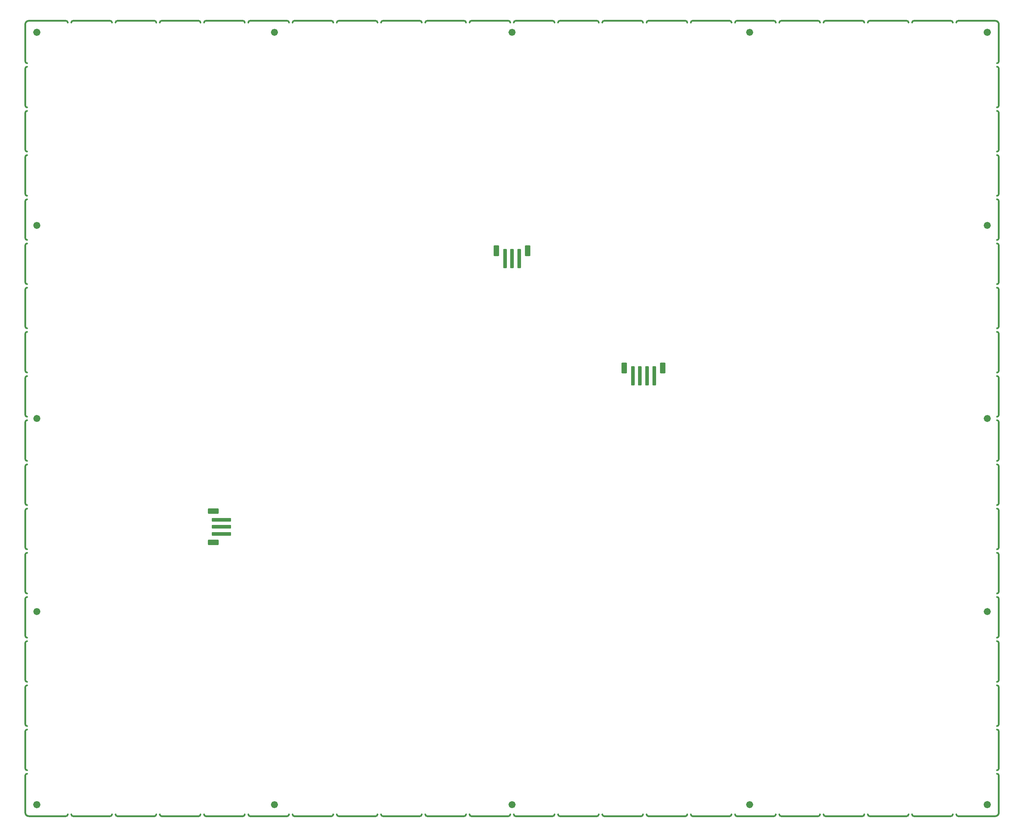
<source format=gbp>
G04 #@! TF.GenerationSoftware,KiCad,Pcbnew,8.0.4+1*
G04 #@! TF.CreationDate,2024-10-06T12:58:40+00:00*
G04 #@! TF.ProjectId,stencil,7374656e-6369-46c2-9e6b-696361645f70,0.0.0-RC1*
G04 #@! TF.SameCoordinates,Original*
G04 #@! TF.FileFunction,Paste,Bot*
G04 #@! TF.FilePolarity,Positive*
%FSLAX46Y46*%
G04 Gerber Fmt 4.6, Leading zero omitted, Abs format (unit mm)*
G04 Created by KiCad (PCBNEW 8.0.4+1) date 2024-10-06 12:58:40*
%MOMM*%
%LPD*%
G01*
G04 APERTURE LIST*
G04 Aperture macros list*
%AMRoundRect*
0 Rectangle with rounded corners*
0 $1 Rounding radius*
0 $2 $3 $4 $5 $6 $7 $8 $9 X,Y pos of 4 corners*
0 Add a 4 corners polygon primitive as box body*
4,1,4,$2,$3,$4,$5,$6,$7,$8,$9,$2,$3,0*
0 Add four circle primitives for the rounded corners*
1,1,$1+$1,$2,$3*
1,1,$1+$1,$4,$5*
1,1,$1+$1,$6,$7*
1,1,$1+$1,$8,$9*
0 Add four rect primitives between the rounded corners*
20,1,$1+$1,$2,$3,$4,$5,0*
20,1,$1+$1,$4,$5,$6,$7,0*
20,1,$1+$1,$6,$7,$8,$9,0*
20,1,$1+$1,$8,$9,$2,$3,0*%
G04 Aperture macros list end*
%ADD10C,0.500000*%
%ADD11C,1.000000*%
%ADD12C,1.050000*%
%ADD13RoundRect,0.250000X0.250000X2.500000X-0.250000X2.500000X-0.250000X-2.500000X0.250000X-2.500000X0*%
%ADD14RoundRect,0.250000X0.550000X1.250000X-0.550000X1.250000X-0.550000X-1.250000X0.550000X-1.250000X0*%
%ADD15RoundRect,0.250000X-2.500000X0.250000X-2.500000X-0.250000X2.500000X-0.250000X2.500000X0.250000X0*%
%ADD16RoundRect,0.250000X-1.250000X0.550000X-1.250000X-0.550000X1.250000X-0.550000X1.250000X0.550000X0*%
G04 APERTURE END LIST*
D10*
X224000000Y81388892D02*
G75*
G02*
X223500000Y80888900I-500000J8D01*
G01*
X-24090910Y-56500000D02*
G75*
G02*
X-24590910Y-56000000I1J500001D01*
G01*
X-37045455Y167000000D02*
G75*
G02*
X-36545455Y167500000I500001J-1D01*
G01*
X137818175Y-56500000D02*
X148272720Y-56500000D01*
X-50000000Y116722224D02*
X-50000000Y106277780D01*
X173181810Y167500000D02*
G75*
G02*
X173681800Y167000000I-10J-500000D01*
G01*
X125363630Y167500000D02*
X135818175Y167500000D01*
X200090900Y-56500000D02*
X210545445Y-56500000D01*
X12772725Y167000000D02*
G75*
G02*
X13272725Y167499975I499975J0D01*
G01*
X198090900Y167500000D02*
G75*
G02*
X198590900Y167000000I0J-500000D01*
G01*
X-24590910Y167000000D02*
G75*
G02*
X-24090910Y167500000I500001J-1D01*
G01*
X125363630Y-56500000D02*
X135818175Y-56500000D01*
X-49000000Y-56500000D02*
X-38545455Y-56500000D01*
X224000000Y-7722216D02*
X224000000Y-18166660D01*
X-50000000Y104277780D02*
X-50000000Y93833336D01*
X123363630Y167500000D02*
G75*
G02*
X123863600Y167000000I-30J-500000D01*
G01*
X62590905Y167000000D02*
G75*
G02*
X63090905Y167499995I499995J0D01*
G01*
X223500000Y55000004D02*
G75*
G02*
X224000004Y54500004I0J-500004D01*
G01*
X223500000Y67444448D02*
G75*
G02*
X224000048Y66944448I0J-500048D01*
G01*
X212545445Y-56500000D02*
X222999990Y-56500000D01*
X-49500000Y93333336D02*
G75*
G02*
X-50000000Y93833336I1J500001D01*
G01*
X-49500000Y6222228D02*
G75*
G02*
X-50000000Y6722228I1J500001D01*
G01*
X137318175Y167000000D02*
G75*
G02*
X137818175Y167500025I500025J0D01*
G01*
X212545445Y-56500000D02*
G75*
G02*
X212045400Y-56000000I-45J500000D01*
G01*
X-24090910Y-56500000D02*
X-13636365Y-56500000D01*
D11*
X-46250000Y109875000D02*
G75*
G02*
X-47250000Y109875000I-500000J0D01*
G01*
X-47250000Y109875000D02*
G75*
G02*
X-46250000Y109875000I500000J0D01*
G01*
X-46250000Y55500000D02*
G75*
G02*
X-47250000Y55500000I-500000J0D01*
G01*
X-47250000Y55500000D02*
G75*
G02*
X-46250000Y55500000I500000J0D01*
G01*
D10*
X-36545455Y-56500000D02*
X-26090910Y-56500000D01*
X-49500000Y43555560D02*
G75*
G02*
X-50000000Y44055560I1J500001D01*
G01*
X223500000Y5222228D02*
G75*
G02*
X224000028Y4722228I0J-500028D01*
G01*
X224000000Y154055556D02*
X224000000Y143611112D01*
X224000000Y79388892D02*
X224000000Y68944448D01*
X224000000Y131166668D02*
G75*
G02*
X223500000Y130666700I-500000J32D01*
G01*
X224000000Y118722224D02*
G75*
G02*
X223500000Y118222200I-500000J-24D01*
G01*
X223500000Y129666668D02*
G75*
G02*
X223999968Y129166668I0J-499968D01*
G01*
X112909085Y-56500000D02*
X123363630Y-56500000D01*
X24227270Y-56000000D02*
G75*
G02*
X23727270Y-56499970I-499970J0D01*
G01*
X211045445Y-56000000D02*
G75*
G02*
X210545445Y-56500045I-500045J0D01*
G01*
X-36545455Y-56500000D02*
G75*
G02*
X-37045455Y-56000000I1J500001D01*
G01*
X175181810Y-56500000D02*
X185636355Y-56500000D01*
X25727270Y-56500000D02*
X36181815Y-56500000D01*
X37681815Y167000000D02*
G75*
G02*
X38181815Y167499985I499985J0D01*
G01*
X187636355Y167500000D02*
X198090900Y167500000D01*
X224000000Y6722228D02*
G75*
G02*
X223500000Y6222200I-500000J-28D01*
G01*
X150272720Y-56500000D02*
X160727265Y-56500000D01*
X-50000000Y79388892D02*
G75*
G02*
X-49500000Y79888892I500001J-1D01*
G01*
X-50000000Y-45055548D02*
X-50000000Y-55499992D01*
X-1181820Y167500000D02*
G75*
G02*
X-681800Y167000000I20J-500000D01*
G01*
X-49500000Y118222224D02*
G75*
G02*
X-50000000Y118722224I1J500001D01*
G01*
X63090905Y-56500000D02*
X73545450Y-56500000D01*
X223500000Y-32111104D02*
G75*
G02*
X223999996Y-32611104I0J-499996D01*
G01*
X224000000Y-45055548D02*
X224000000Y-55499992D01*
X223500000Y92333336D02*
G75*
G02*
X224000036Y91833336I0J-500036D01*
G01*
X75545450Y-56500000D02*
X85999995Y-56500000D01*
X223500000Y-44555548D02*
G75*
G02*
X223999952Y-45055548I0J-499952D01*
G01*
X123863630Y-56000000D02*
G75*
G02*
X123363630Y-56500030I-500030J0D01*
G01*
X11772725Y-56000000D02*
G75*
G02*
X11272725Y-56500025I-500025J0D01*
G01*
X36181815Y167500000D02*
G75*
G02*
X36681800Y167000000I-15J-500000D01*
G01*
X818180Y-56500000D02*
G75*
G02*
X318200Y-56000000I20J500000D01*
G01*
X187636355Y-56500000D02*
G75*
G02*
X187136400Y-56000000I45J500000D01*
G01*
X-13636365Y167500000D02*
G75*
G02*
X-13136400Y167000000I-35J-500000D01*
G01*
X-50000000Y-7722216D02*
G75*
G02*
X-49500000Y-7222216I500001J-1D01*
G01*
X63090905Y-56500000D02*
G75*
G02*
X62590900Y-56000000I-5J500000D01*
G01*
X224000000Y19166672D02*
G75*
G02*
X223500000Y18666700I-500000J28D01*
G01*
X224000000Y4722228D02*
X224000000Y-5722216D01*
X224000000Y44055560D02*
G75*
G02*
X223500000Y43555600I-500000J40D01*
G01*
X63090905Y167500000D02*
X73545450Y167500000D01*
X149772720Y167000000D02*
G75*
G02*
X150272720Y167499980I499980J0D01*
G01*
X150272720Y-56500000D02*
G75*
G02*
X149772700Y-56000000I-20J500000D01*
G01*
X148272720Y167500000D02*
G75*
G02*
X148772700Y167000000I-20J-500000D01*
G01*
D11*
X154375000Y164250000D02*
G75*
G02*
X153375000Y164250000I-500000J0D01*
G01*
X153375000Y164250000D02*
G75*
G02*
X154375000Y164250000I500000J0D01*
G01*
D10*
X224000000Y156055556D02*
G75*
G02*
X223500000Y155555600I-500000J44D01*
G01*
X223500000Y142111112D02*
G75*
G02*
X224000012Y141611112I0J-500012D01*
G01*
X818180Y167500000D02*
X11272725Y167500000D01*
X125363630Y-56500000D02*
G75*
G02*
X124863600Y-56000000I-30J500000D01*
G01*
X38181815Y167500000D02*
X48636360Y167500000D01*
X223500000Y-7222216D02*
G75*
G02*
X223999984Y-7722216I0J-499984D01*
G01*
X124863630Y167000000D02*
G75*
G02*
X125363630Y167499970I499970J0D01*
G01*
X-11636365Y-56500000D02*
G75*
G02*
X-12136400Y-56000000I-35J500000D01*
G01*
X818180Y-56500000D02*
X11272725Y-56500000D01*
X87999995Y-56500000D02*
X98454540Y-56500000D01*
X112909085Y167500000D02*
X123363630Y167500000D01*
X11272725Y167500000D02*
G75*
G02*
X11772700Y167000000I-25J-500000D01*
G01*
X223500000Y42555560D02*
G75*
G02*
X223999960Y42055560I0J-499960D01*
G01*
X-50000000Y54500004D02*
X-50000000Y44055560D01*
X-50000000Y116722224D02*
G75*
G02*
X-49500000Y117222224I500001J-1D01*
G01*
X38181815Y-56500000D02*
G75*
G02*
X37681800Y-56000000I-15J500000D01*
G01*
X148772720Y-56000000D02*
G75*
G02*
X148272720Y-56500020I-500020J0D01*
G01*
X224000000Y68944448D02*
G75*
G02*
X223500000Y68444400I-500000J-48D01*
G01*
X-50000000Y-20166660D02*
X-50000000Y-30611104D01*
X38181815Y-56500000D02*
X48636360Y-56500000D01*
X318180Y167000000D02*
G75*
G02*
X818180Y167500020I500020J0D01*
G01*
X48636360Y167500000D02*
G75*
G02*
X49136400Y167000000I40J-500000D01*
G01*
X50636360Y167500000D02*
X61090905Y167500000D01*
X-49500000Y-31111104D02*
G75*
G02*
X-50000000Y-30611104I1J500001D01*
G01*
X-50000000Y141611112D02*
X-50000000Y131166668D01*
X199590900Y167000000D02*
G75*
G02*
X200090900Y167500000I500000J0D01*
G01*
X-50000000Y29611116D02*
X-50000000Y19166672D01*
X198590900Y-56000000D02*
G75*
G02*
X198090900Y-56500000I-500000J0D01*
G01*
X223500000Y104777780D02*
G75*
G02*
X223999980Y104277780I0J-499980D01*
G01*
X100454540Y-56500000D02*
X110909085Y-56500000D01*
X-49000000Y167500000D02*
X-38545455Y167500000D01*
D11*
X20625000Y-53250000D02*
G75*
G02*
X19625000Y-53250000I-500000J0D01*
G01*
X19625000Y-53250000D02*
G75*
G02*
X20625000Y-53250000I500000J0D01*
G01*
D10*
X-50000000Y91833336D02*
G75*
G02*
X-49500000Y92333336I500001J-1D01*
G01*
X200090900Y167500000D02*
X210545445Y167500000D01*
X-49500000Y-6222216D02*
G75*
G02*
X-50000000Y-5722216I1J500001D01*
G01*
X-11636365Y-56500000D02*
X-1181820Y-56500000D01*
X224000000Y-43055548D02*
G75*
G02*
X223500000Y-43555500I-500000J48D01*
G01*
D11*
X20625000Y164250000D02*
G75*
G02*
X19625000Y164250000I-500000J0D01*
G01*
X19625000Y164250000D02*
G75*
G02*
X20625000Y164250000I500000J0D01*
G01*
D10*
X-36545455Y167500000D02*
X-26090910Y167500000D01*
D11*
X87500000Y164250000D02*
G75*
G02*
X86500000Y164250000I-500000J0D01*
G01*
X86500000Y164250000D02*
G75*
G02*
X87500000Y164250000I500000J0D01*
G01*
D10*
X-50000000Y129166668D02*
G75*
G02*
X-49500000Y129666668I500001J-1D01*
G01*
X174681810Y167000000D02*
G75*
G02*
X175181810Y167499990I499990J0D01*
G01*
X224000000Y-18166660D02*
G75*
G02*
X223500000Y-18666700I-500000J-40D01*
G01*
X175181810Y167500000D02*
X185636355Y167500000D01*
X212045445Y167000000D02*
G75*
G02*
X212545445Y167499955I499955J0D01*
G01*
X-50000000Y54500004D02*
G75*
G02*
X-49500000Y55000004I500001J-1D01*
G01*
X224000000Y66944448D02*
X224000000Y56500004D01*
X-50000000Y29611116D02*
G75*
G02*
X-49500000Y30111116I500001J-1D01*
G01*
X-681820Y-56000000D02*
G75*
G02*
X-1181820Y-56499980I-499980J0D01*
G01*
X-50000000Y-32611104D02*
X-50000000Y-43055548D01*
X-50000000Y4722228D02*
X-50000000Y-5722216D01*
X-50000000Y129166668D02*
X-50000000Y118722224D01*
D12*
X-46225000Y164250000D02*
G75*
G02*
X-47275000Y164250000I-525000J0D01*
G01*
X-47275000Y164250000D02*
G75*
G02*
X-46225000Y164250000I525000J0D01*
G01*
D10*
X-50000000Y-45055548D02*
G75*
G02*
X-49500000Y-44555548I500001J-1D01*
G01*
X-49500000Y143111112D02*
G75*
G02*
X-50000000Y143611112I1J500001D01*
G01*
X61090905Y167500000D02*
G75*
G02*
X61590900Y167000000I-5J-500000D01*
G01*
X-49500000Y31111116D02*
G75*
G02*
X-50000000Y31611116I1J500001D01*
G01*
X224000000Y-20166660D02*
X224000000Y-30611104D01*
X-49500000Y-43555548D02*
G75*
G02*
X-50000000Y-43055548I1J500001D01*
G01*
D11*
X154375000Y-53250000D02*
G75*
G02*
X153375000Y-53250000I-500000J0D01*
G01*
X153375000Y-53250000D02*
G75*
G02*
X154375000Y-53250000I500000J0D01*
G01*
D10*
X-50000000Y-32611104D02*
G75*
G02*
X-49500000Y-32111104I500001J-1D01*
G01*
X110909085Y167500000D02*
G75*
G02*
X111409100Y167000000I15J-500000D01*
G01*
X75545450Y-56500000D02*
G75*
G02*
X75045500Y-56000000I50J500000D01*
G01*
X49136360Y-56000000D02*
G75*
G02*
X48636360Y-56499960I-499960J0D01*
G01*
X13272725Y-56500000D02*
G75*
G02*
X12772700Y-56000000I-25J500000D01*
G01*
X99954540Y167000000D02*
G75*
G02*
X100454540Y167499960I499960J0D01*
G01*
X162227265Y167000000D02*
G75*
G02*
X162727265Y167500035I500035J0D01*
G01*
X186136355Y-56000000D02*
G75*
G02*
X185636355Y-56499955I-499955J0D01*
G01*
X223500000Y30111116D02*
G75*
G02*
X224000016Y29611116I0J-500016D01*
G01*
X224000000Y56500004D02*
G75*
G02*
X223500000Y56000000I-500000J-4D01*
G01*
X223500000Y117222224D02*
G75*
G02*
X224000024Y116722224I0J-500024D01*
G01*
X-50000000Y154055556D02*
X-50000000Y143611112D01*
X224000000Y93833336D02*
G75*
G02*
X223500000Y93333300I-500000J-36D01*
G01*
X-50000000Y4722228D02*
G75*
G02*
X-49500000Y5222228I500001J-1D01*
G01*
X224000000Y166500000D02*
X224000000Y156055556D01*
X112409085Y167000000D02*
G75*
G02*
X112909085Y167500015I500015J0D01*
G01*
D12*
X221275000Y164250000D02*
G75*
G02*
X220225000Y164250000I-525000J0D01*
G01*
X220225000Y164250000D02*
G75*
G02*
X221275000Y164250000I525000J0D01*
G01*
D10*
X135818175Y167500000D02*
G75*
G02*
X136318200Y167000000I25J-500000D01*
G01*
X100454540Y167500000D02*
X110909085Y167500000D01*
X150272720Y167500000D02*
X160727265Y167500000D01*
X175181810Y-56500000D02*
G75*
G02*
X174681800Y-56000000I-10J500000D01*
G01*
X210545445Y167500000D02*
G75*
G02*
X211045400Y167000000I-45J-500000D01*
G01*
X162727265Y-56500000D02*
G75*
G02*
X162227300Y-56000000I35J500000D01*
G01*
X87999995Y167500000D02*
X98454540Y167500000D01*
X50636360Y-56500000D02*
G75*
G02*
X50136400Y-56000000I40J500000D01*
G01*
X50636360Y-56500000D02*
X61090905Y-56500000D01*
X-24090910Y167500000D02*
X-13636365Y167500000D01*
X-50000000Y66944448D02*
X-50000000Y56500004D01*
X-26090910Y167500000D02*
G75*
G02*
X-25590910Y167000000I-1J-500001D01*
G01*
X98454540Y167500000D02*
G75*
G02*
X98954500Y167000000I-40J-500000D01*
G01*
X224000000Y104277780D02*
X224000000Y93833336D01*
X137818175Y167500000D02*
X148272720Y167500000D01*
X25727270Y-56500000D02*
G75*
G02*
X25227300Y-56000000I30J500000D01*
G01*
X-50000000Y91833336D02*
X-50000000Y81388892D01*
D12*
X-46225000Y-53250000D02*
G75*
G02*
X-47275000Y-53250000I-525000J0D01*
G01*
X-47275000Y-53250000D02*
G75*
G02*
X-46225000Y-53250000I525000J0D01*
G01*
D10*
X-49500000Y-18666660D02*
G75*
G02*
X-50000000Y-18166660I1J500001D01*
G01*
D11*
X221250000Y55500000D02*
G75*
G02*
X220250000Y55500000I-500000J0D01*
G01*
X220250000Y55500000D02*
G75*
G02*
X221250000Y55500000I500000J0D01*
G01*
D10*
X224000000Y-32611104D02*
X224000000Y-43055548D01*
X224000000Y116722224D02*
X224000000Y106277780D01*
X-49500000Y80888892D02*
G75*
G02*
X-50000000Y81388892I1J500001D01*
G01*
X224000000Y29611116D02*
X224000000Y19166672D01*
X-50000000Y17166672D02*
X-50000000Y6722228D01*
X223500000Y79888892D02*
G75*
G02*
X223999992Y79388892I0J-499992D01*
G01*
X111409085Y-56000000D02*
G75*
G02*
X110909085Y-56499985I-499985J0D01*
G01*
X-50000000Y141611112D02*
G75*
G02*
X-49500000Y142111112I500001J-1D01*
G01*
X-50000000Y66944448D02*
G75*
G02*
X-49500000Y67444448I500001J-1D01*
G01*
X23727270Y167500000D02*
G75*
G02*
X24227300Y167000000I30J-500000D01*
G01*
X224000000Y17166672D02*
X224000000Y6722228D01*
X224000000Y-5722216D02*
G75*
G02*
X223500000Y-6222200I-500000J16D01*
G01*
X-50000000Y42055560D02*
X-50000000Y31611116D01*
X112909085Y-56500000D02*
G75*
G02*
X112409100Y-56000000I15J500000D01*
G01*
X-49500000Y130666668D02*
G75*
G02*
X-50000000Y131166668I1J500001D01*
G01*
X75545450Y167500000D02*
X85999995Y167500000D01*
D11*
X-46250000Y1125000D02*
G75*
G02*
X-47250000Y1125000I-500000J0D01*
G01*
X-47250000Y1125000D02*
G75*
G02*
X-46250000Y1125000I500000J0D01*
G01*
D10*
X-38545455Y167500000D02*
G75*
G02*
X-38045455Y167000000I-1J-500001D01*
G01*
X75045450Y167000000D02*
G75*
G02*
X75545450Y167500050I500050J0D01*
G01*
X223500000Y154555556D02*
G75*
G02*
X223999956Y154055556I0J-499956D01*
G01*
X224000000Y129166668D02*
X224000000Y118722224D01*
X224000000Y54500004D02*
X224000000Y44055560D01*
X162727265Y167500000D02*
X173181810Y167500000D01*
X-50000000Y17166672D02*
G75*
G02*
X-49500000Y17666672I500001J-1D01*
G01*
X162727265Y-56500000D02*
X173181810Y-56500000D01*
D11*
X221250000Y1125000D02*
G75*
G02*
X220250000Y1125000I-500000J0D01*
G01*
X220250000Y1125000D02*
G75*
G02*
X221250000Y1125000I500000J0D01*
G01*
D10*
X73545450Y167500000D02*
G75*
G02*
X74045400Y167000000I-50J-500000D01*
G01*
X224000000Y106277780D02*
G75*
G02*
X223500000Y105777800I-500000J20D01*
G01*
X25227270Y167000000D02*
G75*
G02*
X25727270Y167500030I500030J0D01*
G01*
X86499995Y-56000000D02*
G75*
G02*
X85999995Y-56499995I-499995J0D01*
G01*
X-12136365Y167000000D02*
G75*
G02*
X-11636365Y167499965I499965J0D01*
G01*
X25727270Y167500000D02*
X36181815Y167500000D01*
D11*
X221250000Y109875000D02*
G75*
G02*
X220250000Y109875000I-500000J0D01*
G01*
X220250000Y109875000D02*
G75*
G02*
X221250000Y109875000I500000J0D01*
G01*
D10*
X36681815Y-56000000D02*
G75*
G02*
X36181815Y-56500015I-500015J0D01*
G01*
X-50000000Y166500000D02*
G75*
G02*
X-49000000Y167500000I999999J1D01*
G01*
D11*
X87500000Y-53250000D02*
G75*
G02*
X86500000Y-53250000I-500000J0D01*
G01*
X86500000Y-53250000D02*
G75*
G02*
X87500000Y-53250000I500000J0D01*
G01*
D10*
X-50000000Y42055560D02*
G75*
G02*
X-49500000Y42555560I500001J-1D01*
G01*
X224000000Y42055560D02*
X224000000Y31611116D01*
X212545445Y167500000D02*
X222999990Y167500000D01*
X50136360Y167000000D02*
G75*
G02*
X50636360Y167500040I500040J0D01*
G01*
X-49500000Y155555556D02*
G75*
G02*
X-50000000Y156055556I1J500001D01*
G01*
X-49500000Y105777780D02*
G75*
G02*
X-50000000Y106277780I1J500001D01*
G01*
X-25590910Y-56000000D02*
G75*
G02*
X-26090910Y-56500000I-500001J1D01*
G01*
X61590905Y-56000000D02*
G75*
G02*
X61090905Y-56500005I-500005J0D01*
G01*
X-50000000Y104277780D02*
G75*
G02*
X-49500000Y104777780I500001J-1D01*
G01*
X223500000Y17666672D02*
G75*
G02*
X223999972Y17166672I0J-499972D01*
G01*
X173681810Y-56000000D02*
G75*
G02*
X173181810Y-56500010I-500010J0D01*
G01*
X224000000Y91833336D02*
X224000000Y81388892D01*
X-49500000Y18666672D02*
G75*
G02*
X-50000000Y19166672I1J500001D01*
G01*
X224000000Y143611112D02*
G75*
G02*
X223500000Y143111100I-500000J-12D01*
G01*
X-11636365Y167500000D02*
X-1181820Y167500000D01*
D12*
X221275000Y-53250000D02*
G75*
G02*
X220225000Y-53250000I-525000J0D01*
G01*
X220225000Y-53250000D02*
G75*
G02*
X221275000Y-53250000I525000J0D01*
G01*
D10*
X160727265Y167500000D02*
G75*
G02*
X161227300Y167000000I35J-500000D01*
G01*
X224000000Y141611112D02*
X224000000Y131166668D01*
X187636355Y-56500000D02*
X198090900Y-56500000D01*
X100454540Y-56500000D02*
G75*
G02*
X99954500Y-56000000I-40J500000D01*
G01*
X136318175Y-56000000D02*
G75*
G02*
X135818175Y-56499975I-499975J0D01*
G01*
X87999995Y-56500000D02*
G75*
G02*
X87500000Y-56000000I5J500000D01*
G01*
X-49000000Y-56500000D02*
G75*
G02*
X-50000000Y-55500000I-1J999999D01*
G01*
X223000000Y167500000D02*
G75*
G02*
X224000000Y166500000I0J-1000000D01*
G01*
X-38045455Y-56000000D02*
G75*
G02*
X-38545455Y-56500000I-500001J1D01*
G01*
X161227265Y-56000000D02*
G75*
G02*
X160727265Y-56499965I-499965J0D01*
G01*
X-50000000Y166500000D02*
X-50000000Y156055556D01*
X224000000Y31611116D02*
G75*
G02*
X223500000Y31111100I-500000J-16D01*
G01*
X13272725Y-56500000D02*
X23727270Y-56500000D01*
X-50000000Y79388892D02*
X-50000000Y68944448D01*
X224000000Y-30611104D02*
G75*
G02*
X223500000Y-31111100I-500000J4D01*
G01*
X185636355Y167500000D02*
G75*
G02*
X186136400Y167000000I45J-500000D01*
G01*
X-50000000Y-20166660D02*
G75*
G02*
X-49500000Y-19666660I500001J-1D01*
G01*
X-13136365Y-56000000D02*
G75*
G02*
X-13636365Y-56500035I-500035J0D01*
G01*
X200090900Y-56500000D02*
G75*
G02*
X199590900Y-56000000I0J500000D01*
G01*
X224000000Y-55500000D02*
G75*
G02*
X223000000Y-56500000I-1000000J0D01*
G01*
X-49500000Y68444448D02*
G75*
G02*
X-50000000Y68944448I1J500001D01*
G01*
X-50000000Y154055556D02*
G75*
G02*
X-49500000Y154555556I500001J-1D01*
G01*
X87499995Y167000000D02*
G75*
G02*
X87999995Y167500005I500005J0D01*
G01*
X187136355Y167000000D02*
G75*
G02*
X187636355Y167500045I500045J0D01*
G01*
X13272725Y167500000D02*
X23727270Y167500000D01*
X-50000000Y-7722216D02*
X-50000000Y-18166660D01*
X85999995Y167500000D02*
G75*
G02*
X86500000Y167000000I5J-500000D01*
G01*
X98954540Y-56000000D02*
G75*
G02*
X98454540Y-56500040I-500040J0D01*
G01*
X74045450Y-56000000D02*
G75*
G02*
X73545450Y-56500050I-500050J0D01*
G01*
X223500000Y-19666660D02*
G75*
G02*
X224000040Y-20166660I0J-500040D01*
G01*
X-49500000Y56000004D02*
G75*
G02*
X-50000000Y56500004I1J500001D01*
G01*
X137818175Y-56500000D02*
G75*
G02*
X137318200Y-56000000I25J500000D01*
G01*
D13*
G04 #@! TO.C,J3*
X127000000Y67500000D03*
X125000000Y67500000D03*
X123000000Y67500000D03*
X121000000Y67500000D03*
D14*
X129400000Y69750000D03*
X118600000Y69750000D03*
G04 #@! TD*
D15*
G04 #@! TO.C,J2*
X5200000Y27000000D03*
X5200000Y25000000D03*
X5200000Y23000000D03*
D16*
X2950000Y29400000D03*
X2950000Y20600000D03*
G04 #@! TD*
D13*
G04 #@! TO.C,J1*
X89000000Y100500000D03*
X87000000Y100500000D03*
X85000000Y100500000D03*
D14*
X91400000Y102750000D03*
X82600000Y102750000D03*
G04 #@! TD*
M02*

</source>
